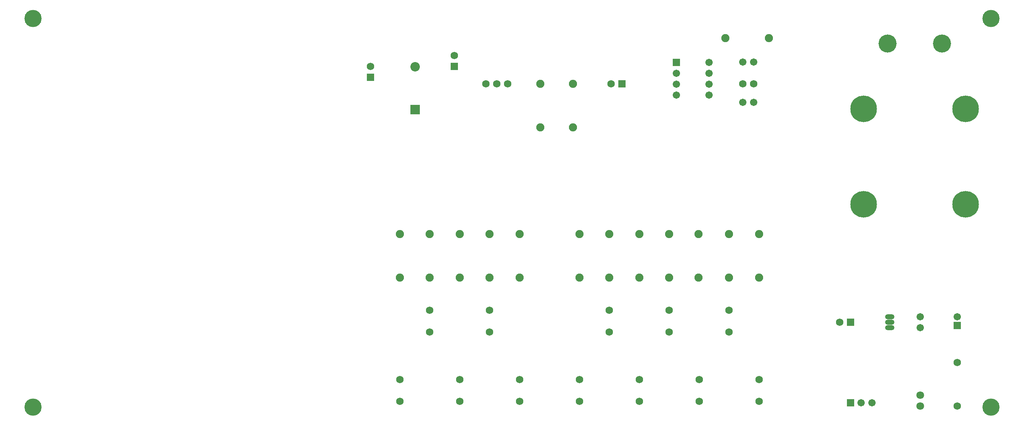
<source format=gbs>
G04*
G04 #@! TF.GenerationSoftware,Altium Limited,CircuitMaker,2.2.1 (2.2.1.6)*
G04*
G04 Layer_Color=8150272*
%FSAX24Y24*%
%MOIN*%
G70*
G04*
G04 #@! TF.SameCoordinates,9E9C5540-E167-4C1C-9640-90AE9AA1DF71*
G04*
G04*
G04 #@! TF.FilePolarity,Negative*
G04*
G01*
G75*
%ADD20R,0.0867X0.0867*%
%ADD21C,0.0749*%
%ADD22C,0.0867*%
%ADD23R,0.0680X0.0680*%
%ADD24C,0.0680*%
%ADD25C,0.1580*%
%ADD26C,0.0671*%
%ADD27R,0.0671X0.0671*%
%ADD28C,0.0710*%
%ADD29R,0.0671X0.0671*%
%ADD30O,0.0867X0.0474*%
%ADD31O,0.0867X0.0474*%
%ADD32C,0.2442*%
%ADD33C,0.1655*%
%ADD34R,0.0680X0.0680*%
%ADD35R,0.0690X0.0690*%
%ADD36C,0.0690*%
D20*
X046900Y039132D02*
D03*
D21*
X056500Y027700D02*
D03*
Y023700D02*
D03*
X045500Y027700D02*
D03*
Y023700D02*
D03*
X048250Y027700D02*
D03*
Y023700D02*
D03*
X053750Y027700D02*
D03*
Y023700D02*
D03*
X051000Y027700D02*
D03*
Y023700D02*
D03*
X062000Y027700D02*
D03*
Y023700D02*
D03*
X067500Y027700D02*
D03*
Y023700D02*
D03*
X070250Y027700D02*
D03*
Y023700D02*
D03*
X078500Y027700D02*
D03*
Y023700D02*
D03*
X075750Y027700D02*
D03*
Y023700D02*
D03*
X072950Y027700D02*
D03*
Y023700D02*
D03*
X064750D02*
D03*
Y027700D02*
D03*
X079400Y045700D02*
D03*
X075400D02*
D03*
X061400Y037500D02*
D03*
Y041500D02*
D03*
X058400D02*
D03*
Y037500D02*
D03*
D22*
X046900Y043068D02*
D03*
D23*
X065892Y041500D02*
D03*
X086900Y019600D02*
D03*
D24*
X064908Y041500D02*
D03*
X064750Y018700D02*
D03*
Y020700D02*
D03*
X085916Y019600D02*
D03*
X096700Y015900D02*
D03*
Y011900D02*
D03*
X078500Y014350D02*
D03*
Y012350D02*
D03*
X073000Y014350D02*
D03*
Y012350D02*
D03*
X075750Y020700D02*
D03*
Y018700D02*
D03*
X070250Y020700D02*
D03*
Y018700D02*
D03*
X067500Y014350D02*
D03*
Y012350D02*
D03*
X062000Y014350D02*
D03*
Y012350D02*
D03*
X056500Y014350D02*
D03*
Y012350D02*
D03*
X053750Y020700D02*
D03*
Y018700D02*
D03*
X051000Y014350D02*
D03*
Y012350D02*
D03*
X048250Y020700D02*
D03*
Y018700D02*
D03*
X045500Y014350D02*
D03*
Y012350D02*
D03*
X053400Y041500D02*
D03*
X054400D02*
D03*
X055400D02*
D03*
X077000D02*
D03*
X078000D02*
D03*
X050500Y044100D02*
D03*
D25*
X099800Y047500D02*
D03*
Y011800D02*
D03*
X011800D02*
D03*
Y047500D02*
D03*
D26*
X093300Y019116D02*
D03*
Y020100D02*
D03*
X096700D02*
D03*
X087884Y012200D02*
D03*
X088869D02*
D03*
X077992Y039800D02*
D03*
X077008D02*
D03*
X078000Y043500D02*
D03*
X077016D02*
D03*
X073914Y040471D02*
D03*
Y041471D02*
D03*
Y042471D02*
D03*
Y043471D02*
D03*
X070914Y040471D02*
D03*
Y041471D02*
D03*
Y042471D02*
D03*
D27*
X096700Y019313D02*
D03*
D28*
X093300Y012900D02*
D03*
Y011900D02*
D03*
D29*
X086900Y012200D02*
D03*
X070914Y043471D02*
D03*
D30*
X090500Y020100D02*
D03*
D31*
Y019600D02*
D03*
Y019100D02*
D03*
D32*
X097482Y030448D02*
D03*
X088100D02*
D03*
Y039200D02*
D03*
X097482D02*
D03*
D33*
X095291Y045200D02*
D03*
X090291D02*
D03*
D34*
X050500Y043100D02*
D03*
D35*
X042800Y042100D02*
D03*
D36*
Y043100D02*
D03*
M02*

</source>
